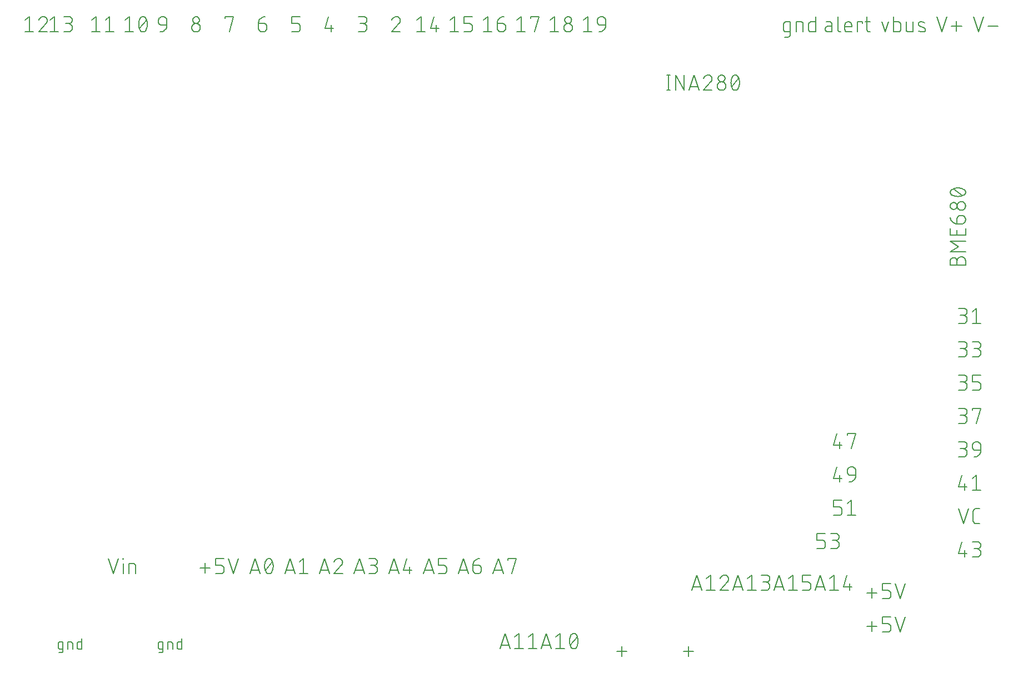
<source format=gbr>
G04 EAGLE Gerber RS-274X export*
G75*
%MOIN*%
%FSLAX34Y34*%
%LPD*%
%INTop Copper*%
%IPPOS*%
%AMOC8*
5,1,8,0,0,1.08239X$1,22.5*%
G01*
%ADD10C,0.006000*%
%ADD11C,0.008000*%


D10*
X2814Y530D02*
X2637Y530D01*
X2618Y532D01*
X2600Y536D01*
X2584Y544D01*
X2568Y555D01*
X2555Y568D01*
X2544Y584D01*
X2536Y600D01*
X2532Y618D01*
X2530Y637D01*
X2530Y850D01*
X2532Y869D01*
X2536Y887D01*
X2544Y904D01*
X2555Y919D01*
X2568Y932D01*
X2584Y943D01*
X2600Y951D01*
X2618Y955D01*
X2637Y957D01*
X2814Y957D01*
X2814Y423D01*
X2815Y423D02*
X2813Y404D01*
X2809Y386D01*
X2801Y370D01*
X2790Y354D01*
X2777Y341D01*
X2762Y330D01*
X2745Y322D01*
X2727Y318D01*
X2708Y316D01*
X2708Y317D02*
X2566Y317D01*
X3107Y530D02*
X3107Y957D01*
X3285Y957D01*
X3304Y955D01*
X3322Y951D01*
X3338Y943D01*
X3354Y932D01*
X3367Y919D01*
X3378Y904D01*
X3386Y887D01*
X3390Y869D01*
X3392Y850D01*
X3392Y530D01*
X3943Y530D02*
X3943Y1170D01*
X3943Y530D02*
X3765Y530D01*
X3746Y532D01*
X3728Y536D01*
X3712Y544D01*
X3696Y555D01*
X3683Y568D01*
X3672Y584D01*
X3664Y600D01*
X3660Y618D01*
X3658Y637D01*
X3658Y850D01*
X3660Y869D01*
X3664Y887D01*
X3672Y904D01*
X3683Y919D01*
X3696Y932D01*
X3712Y943D01*
X3728Y951D01*
X3746Y955D01*
X3765Y957D01*
X3943Y957D01*
X8637Y530D02*
X8814Y530D01*
X8637Y530D02*
X8618Y532D01*
X8600Y536D01*
X8584Y544D01*
X8568Y555D01*
X8555Y568D01*
X8544Y584D01*
X8536Y600D01*
X8532Y618D01*
X8530Y637D01*
X8530Y850D01*
X8532Y869D01*
X8536Y887D01*
X8544Y904D01*
X8555Y919D01*
X8568Y932D01*
X8584Y943D01*
X8600Y951D01*
X8618Y955D01*
X8637Y957D01*
X8814Y957D01*
X8814Y423D01*
X8815Y423D02*
X8813Y404D01*
X8809Y386D01*
X8801Y370D01*
X8790Y354D01*
X8777Y341D01*
X8762Y330D01*
X8745Y322D01*
X8727Y318D01*
X8708Y316D01*
X8708Y317D02*
X8566Y317D01*
X9107Y530D02*
X9107Y957D01*
X9285Y957D01*
X9304Y955D01*
X9322Y951D01*
X9338Y943D01*
X9354Y932D01*
X9367Y919D01*
X9378Y904D01*
X9386Y887D01*
X9390Y869D01*
X9392Y850D01*
X9392Y530D01*
X9943Y530D02*
X9943Y1170D01*
X9943Y530D02*
X9765Y530D01*
X9746Y532D01*
X9728Y536D01*
X9712Y544D01*
X9696Y555D01*
X9683Y568D01*
X9672Y584D01*
X9664Y600D01*
X9660Y618D01*
X9658Y637D01*
X9658Y850D01*
X9660Y869D01*
X9664Y887D01*
X9672Y904D01*
X9683Y919D01*
X9696Y932D01*
X9712Y943D01*
X9728Y951D01*
X9746Y955D01*
X9765Y957D01*
X9943Y957D01*
D11*
X46193Y37540D02*
X46449Y37540D01*
X46193Y37540D02*
X46169Y37542D01*
X46146Y37547D01*
X46124Y37557D01*
X46103Y37569D01*
X46085Y37585D01*
X46069Y37603D01*
X46057Y37624D01*
X46047Y37646D01*
X46042Y37669D01*
X46040Y37693D01*
X46040Y38000D01*
X46042Y38024D01*
X46047Y38047D01*
X46057Y38069D01*
X46069Y38090D01*
X46085Y38108D01*
X46103Y38124D01*
X46124Y38136D01*
X46146Y38146D01*
X46169Y38151D01*
X46193Y38153D01*
X46449Y38153D01*
X46449Y37387D01*
X46447Y37363D01*
X46442Y37340D01*
X46432Y37318D01*
X46420Y37297D01*
X46404Y37279D01*
X46386Y37263D01*
X46365Y37251D01*
X46343Y37241D01*
X46320Y37236D01*
X46296Y37234D01*
X46296Y37233D02*
X46091Y37233D01*
X46809Y37540D02*
X46809Y38153D01*
X47065Y38153D01*
X47089Y38151D01*
X47112Y38146D01*
X47134Y38136D01*
X47155Y38124D01*
X47173Y38108D01*
X47189Y38090D01*
X47201Y38069D01*
X47211Y38047D01*
X47216Y38024D01*
X47218Y38000D01*
X47218Y37540D01*
X47956Y37540D02*
X47956Y38460D01*
X47956Y37540D02*
X47700Y37540D01*
X47676Y37542D01*
X47653Y37547D01*
X47631Y37557D01*
X47610Y37569D01*
X47592Y37585D01*
X47576Y37603D01*
X47564Y37624D01*
X47554Y37646D01*
X47549Y37669D01*
X47547Y37693D01*
X47547Y38000D01*
X47549Y38024D01*
X47554Y38047D01*
X47564Y38069D01*
X47576Y38090D01*
X47592Y38108D01*
X47610Y38124D01*
X47631Y38136D01*
X47653Y38146D01*
X47676Y38151D01*
X47700Y38153D01*
X47956Y38153D01*
X48719Y37898D02*
X48949Y37898D01*
X48719Y37898D02*
X48694Y37896D01*
X48669Y37891D01*
X48645Y37882D01*
X48622Y37870D01*
X48602Y37854D01*
X48584Y37836D01*
X48568Y37816D01*
X48556Y37793D01*
X48547Y37769D01*
X48542Y37744D01*
X48540Y37719D01*
X48542Y37694D01*
X48547Y37669D01*
X48556Y37645D01*
X48568Y37622D01*
X48584Y37602D01*
X48602Y37584D01*
X48622Y37568D01*
X48645Y37556D01*
X48669Y37547D01*
X48694Y37542D01*
X48719Y37540D01*
X48949Y37540D01*
X48949Y38000D01*
X48947Y38024D01*
X48942Y38047D01*
X48932Y38069D01*
X48920Y38090D01*
X48904Y38108D01*
X48886Y38124D01*
X48865Y38136D01*
X48843Y38146D01*
X48820Y38151D01*
X48796Y38153D01*
X48591Y38153D01*
X49302Y38460D02*
X49302Y37693D01*
X49304Y37669D01*
X49309Y37646D01*
X49319Y37624D01*
X49331Y37603D01*
X49347Y37585D01*
X49365Y37569D01*
X49386Y37557D01*
X49408Y37547D01*
X49431Y37542D01*
X49455Y37540D01*
X49874Y37540D02*
X50129Y37540D01*
X49874Y37540D02*
X49850Y37542D01*
X49827Y37547D01*
X49805Y37557D01*
X49784Y37569D01*
X49766Y37585D01*
X49750Y37603D01*
X49738Y37624D01*
X49728Y37646D01*
X49723Y37669D01*
X49721Y37693D01*
X49720Y37693D02*
X49720Y37949D01*
X49721Y37949D02*
X49723Y37977D01*
X49729Y38004D01*
X49738Y38030D01*
X49751Y38055D01*
X49767Y38078D01*
X49786Y38098D01*
X49807Y38116D01*
X49831Y38130D01*
X49857Y38141D01*
X49883Y38149D01*
X49911Y38153D01*
X49939Y38153D01*
X49967Y38149D01*
X49993Y38141D01*
X50019Y38130D01*
X50043Y38116D01*
X50064Y38098D01*
X50083Y38078D01*
X50099Y38055D01*
X50112Y38030D01*
X50121Y38004D01*
X50127Y37977D01*
X50129Y37949D01*
X50129Y37847D01*
X49720Y37847D01*
X50463Y37540D02*
X50463Y38153D01*
X50769Y38153D01*
X50769Y38051D01*
X50946Y38153D02*
X51253Y38153D01*
X51048Y38460D02*
X51048Y37693D01*
X51049Y37693D02*
X51051Y37669D01*
X51056Y37646D01*
X51066Y37624D01*
X51078Y37603D01*
X51094Y37585D01*
X51112Y37569D01*
X51133Y37557D01*
X51155Y37547D01*
X51178Y37542D01*
X51202Y37540D01*
X51253Y37540D01*
X52144Y37540D02*
X51940Y38153D01*
X52348Y38153D02*
X52144Y37540D01*
X52654Y37540D02*
X52654Y38460D01*
X52654Y37540D02*
X52910Y37540D01*
X52934Y37542D01*
X52957Y37547D01*
X52979Y37557D01*
X53000Y37569D01*
X53018Y37585D01*
X53034Y37603D01*
X53046Y37624D01*
X53056Y37646D01*
X53061Y37669D01*
X53063Y37693D01*
X53063Y38000D01*
X53061Y38024D01*
X53056Y38047D01*
X53046Y38069D01*
X53034Y38090D01*
X53018Y38108D01*
X53000Y38124D01*
X52979Y38136D01*
X52957Y38146D01*
X52934Y38151D01*
X52910Y38153D01*
X52654Y38153D01*
X53392Y38153D02*
X53392Y37693D01*
X53394Y37669D01*
X53399Y37646D01*
X53409Y37624D01*
X53421Y37603D01*
X53437Y37585D01*
X53455Y37569D01*
X53476Y37557D01*
X53498Y37547D01*
X53521Y37542D01*
X53545Y37540D01*
X53801Y37540D01*
X53801Y38153D01*
X54208Y37898D02*
X54464Y37796D01*
X54208Y37898D02*
X54188Y37907D01*
X54171Y37920D01*
X54155Y37935D01*
X54143Y37953D01*
X54133Y37972D01*
X54127Y37993D01*
X54124Y38015D01*
X54125Y38036D01*
X54129Y38058D01*
X54137Y38078D01*
X54148Y38097D01*
X54161Y38113D01*
X54178Y38128D01*
X54196Y38139D01*
X54216Y38148D01*
X54237Y38153D01*
X54259Y38154D01*
X54259Y38153D02*
X54307Y38150D01*
X54354Y38144D01*
X54400Y38134D01*
X54445Y38120D01*
X54489Y38102D01*
X54464Y37796D02*
X54484Y37787D01*
X54501Y37774D01*
X54517Y37759D01*
X54529Y37741D01*
X54539Y37722D01*
X54545Y37701D01*
X54548Y37679D01*
X54547Y37658D01*
X54543Y37636D01*
X54535Y37616D01*
X54524Y37597D01*
X54511Y37581D01*
X54494Y37566D01*
X54476Y37555D01*
X54456Y37546D01*
X54435Y37541D01*
X54413Y37540D01*
X54355Y37543D01*
X54298Y37549D01*
X54242Y37560D01*
X54186Y37574D01*
X54131Y37591D01*
X55235Y38460D02*
X55542Y37540D01*
X55848Y38460D01*
X56112Y37898D02*
X56725Y37898D01*
X56418Y38204D02*
X56418Y37591D01*
X57734Y37540D02*
X57427Y38460D01*
X58040Y38460D02*
X57734Y37540D01*
X58304Y37898D02*
X58917Y37898D01*
X796Y38460D02*
X540Y38256D01*
X796Y38460D02*
X796Y37540D01*
X1051Y37540D02*
X540Y37540D01*
X1643Y38460D02*
X1671Y38458D01*
X1698Y38453D01*
X1725Y38445D01*
X1750Y38434D01*
X1774Y38419D01*
X1796Y38402D01*
X1815Y38383D01*
X1832Y38361D01*
X1847Y38337D01*
X1858Y38312D01*
X1866Y38285D01*
X1871Y38258D01*
X1873Y38230D01*
X1643Y38460D02*
X1609Y38458D01*
X1576Y38452D01*
X1544Y38443D01*
X1513Y38430D01*
X1483Y38413D01*
X1456Y38393D01*
X1431Y38370D01*
X1409Y38345D01*
X1390Y38317D01*
X1375Y38287D01*
X1362Y38256D01*
X1796Y38051D02*
X1816Y38072D01*
X1833Y38095D01*
X1847Y38120D01*
X1858Y38146D01*
X1866Y38173D01*
X1871Y38201D01*
X1873Y38230D01*
X1796Y38051D02*
X1362Y37540D01*
X1873Y37540D01*
X2040Y38256D02*
X2296Y38460D01*
X2296Y37540D01*
X2551Y37540D02*
X2040Y37540D01*
X2862Y37540D02*
X3118Y37540D01*
X3149Y37542D01*
X3179Y37547D01*
X3209Y37557D01*
X3237Y37569D01*
X3263Y37585D01*
X3288Y37604D01*
X3310Y37626D01*
X3329Y37651D01*
X3345Y37677D01*
X3357Y37705D01*
X3367Y37735D01*
X3372Y37765D01*
X3374Y37796D01*
X3372Y37827D01*
X3367Y37857D01*
X3357Y37887D01*
X3345Y37915D01*
X3329Y37941D01*
X3310Y37966D01*
X3288Y37988D01*
X3263Y38007D01*
X3237Y38023D01*
X3209Y38035D01*
X3179Y38045D01*
X3149Y38050D01*
X3118Y38052D01*
X3169Y38460D02*
X2862Y38460D01*
X3169Y38460D02*
X3197Y38458D01*
X3224Y38452D01*
X3250Y38443D01*
X3275Y38430D01*
X3298Y38414D01*
X3318Y38395D01*
X3336Y38374D01*
X3350Y38350D01*
X3361Y38324D01*
X3369Y38298D01*
X3373Y38270D01*
X3373Y38242D01*
X3369Y38214D01*
X3361Y38188D01*
X3350Y38162D01*
X3336Y38138D01*
X3318Y38117D01*
X3298Y38098D01*
X3275Y38082D01*
X3250Y38069D01*
X3224Y38060D01*
X3197Y38054D01*
X3169Y38052D01*
X3169Y38051D02*
X2964Y38051D01*
X4540Y38256D02*
X4796Y38460D01*
X4796Y37540D01*
X5051Y37540D02*
X4540Y37540D01*
X5362Y38256D02*
X5618Y38460D01*
X5618Y37540D01*
X5873Y37540D02*
X5362Y37540D01*
X6540Y38256D02*
X6796Y38460D01*
X6796Y37540D01*
X7051Y37540D02*
X6540Y37540D01*
X7362Y38000D02*
X7364Y38049D01*
X7368Y38098D01*
X7376Y38146D01*
X7387Y38194D01*
X7401Y38241D01*
X7419Y38287D01*
X7439Y38332D01*
X7449Y38356D01*
X7463Y38379D01*
X7479Y38399D01*
X7498Y38417D01*
X7519Y38432D01*
X7542Y38444D01*
X7567Y38453D01*
X7592Y38458D01*
X7618Y38460D01*
X7644Y38458D01*
X7669Y38453D01*
X7694Y38444D01*
X7717Y38432D01*
X7738Y38417D01*
X7757Y38399D01*
X7773Y38379D01*
X7787Y38356D01*
X7797Y38332D01*
X7796Y38332D02*
X7816Y38287D01*
X7834Y38241D01*
X7848Y38194D01*
X7859Y38146D01*
X7867Y38098D01*
X7871Y38049D01*
X7873Y38000D01*
X7362Y38000D02*
X7364Y37951D01*
X7368Y37902D01*
X7376Y37854D01*
X7387Y37806D01*
X7401Y37759D01*
X7419Y37713D01*
X7439Y37668D01*
X7449Y37644D01*
X7463Y37621D01*
X7479Y37601D01*
X7498Y37583D01*
X7519Y37568D01*
X7542Y37556D01*
X7567Y37547D01*
X7592Y37542D01*
X7618Y37540D01*
X7796Y37668D02*
X7816Y37713D01*
X7834Y37759D01*
X7848Y37806D01*
X7859Y37854D01*
X7867Y37902D01*
X7871Y37951D01*
X7873Y38000D01*
X7797Y37668D02*
X7787Y37644D01*
X7773Y37621D01*
X7757Y37601D01*
X7738Y37583D01*
X7717Y37568D01*
X7694Y37556D01*
X7669Y37547D01*
X7644Y37542D01*
X7618Y37540D01*
X7413Y37744D02*
X7822Y38256D01*
X8744Y37949D02*
X9051Y37949D01*
X8744Y37949D02*
X8717Y37951D01*
X8691Y37956D01*
X8666Y37965D01*
X8642Y37976D01*
X8620Y37991D01*
X8600Y38009D01*
X8582Y38029D01*
X8567Y38051D01*
X8556Y38075D01*
X8547Y38100D01*
X8542Y38126D01*
X8540Y38153D01*
X8540Y38204D01*
X8542Y38235D01*
X8547Y38265D01*
X8557Y38295D01*
X8569Y38323D01*
X8585Y38349D01*
X8604Y38374D01*
X8626Y38396D01*
X8651Y38415D01*
X8677Y38431D01*
X8705Y38443D01*
X8735Y38453D01*
X8765Y38458D01*
X8796Y38460D01*
X8827Y38458D01*
X8857Y38453D01*
X8887Y38443D01*
X8915Y38431D01*
X8941Y38415D01*
X8966Y38396D01*
X8988Y38374D01*
X9007Y38349D01*
X9023Y38323D01*
X9035Y38295D01*
X9045Y38265D01*
X9050Y38235D01*
X9052Y38204D01*
X9051Y38204D02*
X9051Y37949D01*
X9049Y37911D01*
X9044Y37874D01*
X9035Y37837D01*
X9023Y37801D01*
X9008Y37767D01*
X8990Y37734D01*
X8968Y37703D01*
X8944Y37673D01*
X8918Y37647D01*
X8888Y37623D01*
X8857Y37601D01*
X8824Y37583D01*
X8790Y37568D01*
X8754Y37556D01*
X8717Y37547D01*
X8680Y37542D01*
X8642Y37540D01*
X10540Y37796D02*
X10542Y37827D01*
X10547Y37857D01*
X10557Y37887D01*
X10569Y37915D01*
X10585Y37941D01*
X10604Y37966D01*
X10626Y37988D01*
X10651Y38007D01*
X10677Y38023D01*
X10705Y38035D01*
X10735Y38045D01*
X10765Y38050D01*
X10796Y38052D01*
X10827Y38050D01*
X10857Y38045D01*
X10887Y38035D01*
X10915Y38023D01*
X10941Y38007D01*
X10966Y37988D01*
X10988Y37966D01*
X11007Y37941D01*
X11023Y37915D01*
X11035Y37887D01*
X11045Y37857D01*
X11050Y37827D01*
X11052Y37796D01*
X11050Y37765D01*
X11045Y37735D01*
X11035Y37705D01*
X11023Y37677D01*
X11007Y37651D01*
X10988Y37626D01*
X10966Y37604D01*
X10941Y37585D01*
X10915Y37569D01*
X10887Y37557D01*
X10857Y37547D01*
X10827Y37542D01*
X10796Y37540D01*
X10765Y37542D01*
X10735Y37547D01*
X10705Y37557D01*
X10677Y37569D01*
X10651Y37585D01*
X10626Y37604D01*
X10604Y37626D01*
X10585Y37651D01*
X10569Y37677D01*
X10557Y37705D01*
X10547Y37735D01*
X10542Y37765D01*
X10540Y37796D01*
X10592Y38256D02*
X10594Y38284D01*
X10600Y38311D01*
X10609Y38337D01*
X10622Y38362D01*
X10638Y38385D01*
X10657Y38405D01*
X10678Y38423D01*
X10702Y38437D01*
X10728Y38448D01*
X10754Y38456D01*
X10782Y38460D01*
X10810Y38460D01*
X10838Y38456D01*
X10864Y38448D01*
X10890Y38437D01*
X10914Y38423D01*
X10935Y38405D01*
X10954Y38385D01*
X10970Y38362D01*
X10983Y38337D01*
X10992Y38311D01*
X10998Y38284D01*
X11000Y38256D01*
X10998Y38228D01*
X10992Y38201D01*
X10983Y38175D01*
X10970Y38150D01*
X10954Y38127D01*
X10935Y38107D01*
X10914Y38089D01*
X10890Y38075D01*
X10864Y38064D01*
X10838Y38056D01*
X10810Y38052D01*
X10782Y38052D01*
X10754Y38056D01*
X10728Y38064D01*
X10702Y38075D01*
X10678Y38089D01*
X10657Y38107D01*
X10638Y38127D01*
X10622Y38150D01*
X10609Y38175D01*
X10600Y38201D01*
X10594Y38228D01*
X10592Y38256D01*
X12540Y38358D02*
X12540Y38460D01*
X13051Y38460D01*
X12796Y37540D01*
X14540Y38051D02*
X14847Y38051D01*
X14874Y38049D01*
X14900Y38044D01*
X14925Y38035D01*
X14949Y38024D01*
X14971Y38009D01*
X14991Y37991D01*
X15009Y37971D01*
X15024Y37949D01*
X15035Y37925D01*
X15044Y37900D01*
X15049Y37874D01*
X15051Y37847D01*
X15051Y37796D01*
X15052Y37796D02*
X15050Y37765D01*
X15045Y37735D01*
X15035Y37705D01*
X15023Y37677D01*
X15007Y37651D01*
X14988Y37626D01*
X14966Y37604D01*
X14941Y37585D01*
X14915Y37569D01*
X14887Y37557D01*
X14857Y37547D01*
X14827Y37542D01*
X14796Y37540D01*
X14765Y37542D01*
X14735Y37547D01*
X14705Y37557D01*
X14677Y37569D01*
X14651Y37585D01*
X14626Y37604D01*
X14604Y37626D01*
X14585Y37651D01*
X14569Y37677D01*
X14557Y37705D01*
X14547Y37735D01*
X14542Y37765D01*
X14540Y37796D01*
X14540Y38051D01*
X14542Y38091D01*
X14548Y38131D01*
X14558Y38170D01*
X14571Y38208D01*
X14588Y38244D01*
X14609Y38278D01*
X14633Y38310D01*
X14660Y38340D01*
X14690Y38367D01*
X14722Y38391D01*
X14756Y38412D01*
X14792Y38429D01*
X14830Y38442D01*
X14869Y38452D01*
X14909Y38458D01*
X14949Y38460D01*
X16540Y37540D02*
X16847Y37540D01*
X16874Y37542D01*
X16900Y37547D01*
X16925Y37556D01*
X16949Y37567D01*
X16971Y37582D01*
X16991Y37600D01*
X17009Y37620D01*
X17024Y37642D01*
X17035Y37666D01*
X17044Y37691D01*
X17049Y37717D01*
X17051Y37744D01*
X17051Y37847D01*
X17049Y37874D01*
X17044Y37900D01*
X17035Y37925D01*
X17024Y37949D01*
X17009Y37971D01*
X16991Y37991D01*
X16971Y38009D01*
X16949Y38024D01*
X16925Y38035D01*
X16900Y38044D01*
X16874Y38049D01*
X16847Y38051D01*
X16540Y38051D01*
X16540Y38460D01*
X17051Y38460D01*
X18540Y37744D02*
X18744Y38460D01*
X18540Y37744D02*
X19051Y37744D01*
X18898Y37949D02*
X18898Y37540D01*
X20540Y37540D02*
X20796Y37540D01*
X20827Y37542D01*
X20857Y37547D01*
X20887Y37557D01*
X20915Y37569D01*
X20941Y37585D01*
X20966Y37604D01*
X20988Y37626D01*
X21007Y37651D01*
X21023Y37677D01*
X21035Y37705D01*
X21045Y37735D01*
X21050Y37765D01*
X21052Y37796D01*
X21050Y37827D01*
X21045Y37857D01*
X21035Y37887D01*
X21023Y37915D01*
X21007Y37941D01*
X20988Y37966D01*
X20966Y37988D01*
X20941Y38007D01*
X20915Y38023D01*
X20887Y38035D01*
X20857Y38045D01*
X20827Y38050D01*
X20796Y38052D01*
X20847Y38460D02*
X20540Y38460D01*
X20847Y38460D02*
X20875Y38458D01*
X20902Y38452D01*
X20928Y38443D01*
X20953Y38430D01*
X20976Y38414D01*
X20996Y38395D01*
X21014Y38374D01*
X21028Y38350D01*
X21039Y38324D01*
X21047Y38298D01*
X21051Y38270D01*
X21051Y38242D01*
X21047Y38214D01*
X21039Y38188D01*
X21028Y38162D01*
X21014Y38138D01*
X20996Y38117D01*
X20976Y38098D01*
X20953Y38082D01*
X20928Y38069D01*
X20902Y38060D01*
X20875Y38054D01*
X20847Y38052D01*
X20847Y38051D02*
X20642Y38051D01*
X22821Y38460D02*
X22849Y38458D01*
X22876Y38453D01*
X22903Y38445D01*
X22928Y38434D01*
X22952Y38419D01*
X22974Y38402D01*
X22993Y38383D01*
X23010Y38361D01*
X23025Y38337D01*
X23036Y38312D01*
X23044Y38285D01*
X23049Y38258D01*
X23051Y38230D01*
X22821Y38460D02*
X22787Y38458D01*
X22754Y38452D01*
X22722Y38443D01*
X22691Y38430D01*
X22661Y38413D01*
X22634Y38393D01*
X22609Y38370D01*
X22587Y38345D01*
X22568Y38317D01*
X22553Y38287D01*
X22540Y38256D01*
X22974Y38051D02*
X22994Y38072D01*
X23011Y38095D01*
X23025Y38120D01*
X23036Y38146D01*
X23044Y38173D01*
X23049Y38201D01*
X23051Y38230D01*
X22974Y38051D02*
X22540Y37540D01*
X23051Y37540D01*
X24040Y38256D02*
X24296Y38460D01*
X24296Y37540D01*
X24551Y37540D02*
X24040Y37540D01*
X24862Y37744D02*
X25066Y38460D01*
X24862Y37744D02*
X25373Y37744D01*
X25220Y37949D02*
X25220Y37540D01*
X26040Y38256D02*
X26296Y38460D01*
X26296Y37540D01*
X26551Y37540D02*
X26040Y37540D01*
X26862Y37540D02*
X27169Y37540D01*
X27196Y37542D01*
X27222Y37547D01*
X27247Y37556D01*
X27271Y37567D01*
X27293Y37582D01*
X27313Y37600D01*
X27331Y37620D01*
X27346Y37642D01*
X27357Y37666D01*
X27366Y37691D01*
X27371Y37717D01*
X27373Y37744D01*
X27373Y37847D01*
X27371Y37874D01*
X27366Y37900D01*
X27357Y37925D01*
X27346Y37949D01*
X27331Y37971D01*
X27313Y37991D01*
X27293Y38009D01*
X27271Y38024D01*
X27247Y38035D01*
X27222Y38044D01*
X27196Y38049D01*
X27169Y38051D01*
X26862Y38051D01*
X26862Y38460D01*
X27373Y38460D01*
X28040Y38256D02*
X28296Y38460D01*
X28296Y37540D01*
X28551Y37540D02*
X28040Y37540D01*
X28862Y38051D02*
X29169Y38051D01*
X29196Y38049D01*
X29222Y38044D01*
X29247Y38035D01*
X29271Y38024D01*
X29293Y38009D01*
X29313Y37991D01*
X29331Y37971D01*
X29346Y37949D01*
X29357Y37925D01*
X29366Y37900D01*
X29371Y37874D01*
X29373Y37847D01*
X29373Y37796D01*
X29374Y37796D02*
X29372Y37765D01*
X29367Y37735D01*
X29357Y37705D01*
X29345Y37677D01*
X29329Y37651D01*
X29310Y37626D01*
X29288Y37604D01*
X29263Y37585D01*
X29237Y37569D01*
X29209Y37557D01*
X29179Y37547D01*
X29149Y37542D01*
X29118Y37540D01*
X29087Y37542D01*
X29057Y37547D01*
X29027Y37557D01*
X28999Y37569D01*
X28973Y37585D01*
X28948Y37604D01*
X28926Y37626D01*
X28907Y37651D01*
X28891Y37677D01*
X28879Y37705D01*
X28869Y37735D01*
X28864Y37765D01*
X28862Y37796D01*
X28862Y38051D01*
X28864Y38091D01*
X28870Y38131D01*
X28880Y38170D01*
X28893Y38208D01*
X28910Y38244D01*
X28931Y38278D01*
X28955Y38310D01*
X28982Y38340D01*
X29012Y38367D01*
X29044Y38391D01*
X29078Y38412D01*
X29114Y38429D01*
X29152Y38442D01*
X29191Y38452D01*
X29231Y38458D01*
X29271Y38460D01*
X30040Y38256D02*
X30296Y38460D01*
X30296Y37540D01*
X30551Y37540D02*
X30040Y37540D01*
X30862Y38358D02*
X30862Y38460D01*
X31373Y38460D01*
X31118Y37540D01*
X32040Y38256D02*
X32296Y38460D01*
X32296Y37540D01*
X32551Y37540D02*
X32040Y37540D01*
X32862Y37796D02*
X32864Y37827D01*
X32869Y37857D01*
X32879Y37887D01*
X32891Y37915D01*
X32907Y37941D01*
X32926Y37966D01*
X32948Y37988D01*
X32973Y38007D01*
X32999Y38023D01*
X33027Y38035D01*
X33057Y38045D01*
X33087Y38050D01*
X33118Y38052D01*
X33149Y38050D01*
X33179Y38045D01*
X33209Y38035D01*
X33237Y38023D01*
X33263Y38007D01*
X33288Y37988D01*
X33310Y37966D01*
X33329Y37941D01*
X33345Y37915D01*
X33357Y37887D01*
X33367Y37857D01*
X33372Y37827D01*
X33374Y37796D01*
X33372Y37765D01*
X33367Y37735D01*
X33357Y37705D01*
X33345Y37677D01*
X33329Y37651D01*
X33310Y37626D01*
X33288Y37604D01*
X33263Y37585D01*
X33237Y37569D01*
X33209Y37557D01*
X33179Y37547D01*
X33149Y37542D01*
X33118Y37540D01*
X33087Y37542D01*
X33057Y37547D01*
X33027Y37557D01*
X32999Y37569D01*
X32973Y37585D01*
X32948Y37604D01*
X32926Y37626D01*
X32907Y37651D01*
X32891Y37677D01*
X32879Y37705D01*
X32869Y37735D01*
X32864Y37765D01*
X32862Y37796D01*
X32914Y38256D02*
X32916Y38284D01*
X32922Y38311D01*
X32931Y38337D01*
X32944Y38362D01*
X32960Y38385D01*
X32979Y38405D01*
X33000Y38423D01*
X33024Y38437D01*
X33050Y38448D01*
X33076Y38456D01*
X33104Y38460D01*
X33132Y38460D01*
X33160Y38456D01*
X33186Y38448D01*
X33212Y38437D01*
X33236Y38423D01*
X33257Y38405D01*
X33276Y38385D01*
X33292Y38362D01*
X33305Y38337D01*
X33314Y38311D01*
X33320Y38284D01*
X33322Y38256D01*
X33320Y38228D01*
X33314Y38201D01*
X33305Y38175D01*
X33292Y38150D01*
X33276Y38127D01*
X33257Y38107D01*
X33236Y38089D01*
X33212Y38075D01*
X33186Y38064D01*
X33160Y38056D01*
X33132Y38052D01*
X33104Y38052D01*
X33076Y38056D01*
X33050Y38064D01*
X33024Y38075D01*
X33000Y38089D01*
X32979Y38107D01*
X32960Y38127D01*
X32944Y38150D01*
X32931Y38175D01*
X32922Y38201D01*
X32916Y38228D01*
X32914Y38256D01*
X34040Y38256D02*
X34296Y38460D01*
X34296Y37540D01*
X34551Y37540D02*
X34040Y37540D01*
X35066Y37949D02*
X35373Y37949D01*
X35066Y37949D02*
X35039Y37951D01*
X35013Y37956D01*
X34988Y37965D01*
X34964Y37976D01*
X34942Y37991D01*
X34922Y38009D01*
X34904Y38029D01*
X34889Y38051D01*
X34878Y38075D01*
X34869Y38100D01*
X34864Y38126D01*
X34862Y38153D01*
X34862Y38204D01*
X34864Y38235D01*
X34869Y38265D01*
X34879Y38295D01*
X34891Y38323D01*
X34907Y38349D01*
X34926Y38374D01*
X34948Y38396D01*
X34973Y38415D01*
X34999Y38431D01*
X35027Y38443D01*
X35057Y38453D01*
X35087Y38458D01*
X35118Y38460D01*
X35149Y38458D01*
X35179Y38453D01*
X35209Y38443D01*
X35237Y38431D01*
X35263Y38415D01*
X35288Y38396D01*
X35310Y38374D01*
X35329Y38349D01*
X35345Y38323D01*
X35357Y38295D01*
X35367Y38265D01*
X35372Y38235D01*
X35374Y38204D01*
X35373Y38204D02*
X35373Y37949D01*
X35371Y37911D01*
X35366Y37874D01*
X35357Y37837D01*
X35345Y37801D01*
X35330Y37767D01*
X35312Y37734D01*
X35290Y37703D01*
X35266Y37673D01*
X35240Y37647D01*
X35210Y37623D01*
X35179Y37601D01*
X35146Y37583D01*
X35112Y37568D01*
X35076Y37556D01*
X35039Y37547D01*
X35002Y37542D01*
X34964Y37540D01*
X56540Y20040D02*
X56796Y20040D01*
X56827Y20042D01*
X56857Y20047D01*
X56887Y20057D01*
X56915Y20069D01*
X56941Y20085D01*
X56966Y20104D01*
X56988Y20126D01*
X57007Y20151D01*
X57023Y20177D01*
X57035Y20205D01*
X57045Y20235D01*
X57050Y20265D01*
X57052Y20296D01*
X57050Y20327D01*
X57045Y20357D01*
X57035Y20387D01*
X57023Y20415D01*
X57007Y20441D01*
X56988Y20466D01*
X56966Y20488D01*
X56941Y20507D01*
X56915Y20523D01*
X56887Y20535D01*
X56857Y20545D01*
X56827Y20550D01*
X56796Y20552D01*
X56847Y20960D02*
X56540Y20960D01*
X56847Y20960D02*
X56875Y20958D01*
X56902Y20952D01*
X56928Y20943D01*
X56953Y20930D01*
X56976Y20914D01*
X56996Y20895D01*
X57014Y20874D01*
X57028Y20850D01*
X57039Y20824D01*
X57047Y20798D01*
X57051Y20770D01*
X57051Y20742D01*
X57047Y20714D01*
X57039Y20688D01*
X57028Y20662D01*
X57014Y20638D01*
X56996Y20617D01*
X56976Y20598D01*
X56953Y20582D01*
X56928Y20569D01*
X56902Y20560D01*
X56875Y20554D01*
X56847Y20552D01*
X56847Y20551D02*
X56642Y20551D01*
X57362Y20756D02*
X57618Y20960D01*
X57618Y20040D01*
X57873Y20040D02*
X57362Y20040D01*
X56796Y18040D02*
X56540Y18040D01*
X56796Y18040D02*
X56827Y18042D01*
X56857Y18047D01*
X56887Y18057D01*
X56915Y18069D01*
X56941Y18085D01*
X56966Y18104D01*
X56988Y18126D01*
X57007Y18151D01*
X57023Y18177D01*
X57035Y18205D01*
X57045Y18235D01*
X57050Y18265D01*
X57052Y18296D01*
X57050Y18327D01*
X57045Y18357D01*
X57035Y18387D01*
X57023Y18415D01*
X57007Y18441D01*
X56988Y18466D01*
X56966Y18488D01*
X56941Y18507D01*
X56915Y18523D01*
X56887Y18535D01*
X56857Y18545D01*
X56827Y18550D01*
X56796Y18552D01*
X56847Y18960D02*
X56540Y18960D01*
X56847Y18960D02*
X56875Y18958D01*
X56902Y18952D01*
X56928Y18943D01*
X56953Y18930D01*
X56976Y18914D01*
X56996Y18895D01*
X57014Y18874D01*
X57028Y18850D01*
X57039Y18824D01*
X57047Y18798D01*
X57051Y18770D01*
X57051Y18742D01*
X57047Y18714D01*
X57039Y18688D01*
X57028Y18662D01*
X57014Y18638D01*
X56996Y18617D01*
X56976Y18598D01*
X56953Y18582D01*
X56928Y18569D01*
X56902Y18560D01*
X56875Y18554D01*
X56847Y18552D01*
X56847Y18551D02*
X56642Y18551D01*
X57362Y18040D02*
X57618Y18040D01*
X57649Y18042D01*
X57679Y18047D01*
X57709Y18057D01*
X57737Y18069D01*
X57763Y18085D01*
X57788Y18104D01*
X57810Y18126D01*
X57829Y18151D01*
X57845Y18177D01*
X57857Y18205D01*
X57867Y18235D01*
X57872Y18265D01*
X57874Y18296D01*
X57872Y18327D01*
X57867Y18357D01*
X57857Y18387D01*
X57845Y18415D01*
X57829Y18441D01*
X57810Y18466D01*
X57788Y18488D01*
X57763Y18507D01*
X57737Y18523D01*
X57709Y18535D01*
X57679Y18545D01*
X57649Y18550D01*
X57618Y18552D01*
X57669Y18960D02*
X57362Y18960D01*
X57669Y18960D02*
X57697Y18958D01*
X57724Y18952D01*
X57750Y18943D01*
X57775Y18930D01*
X57798Y18914D01*
X57818Y18895D01*
X57836Y18874D01*
X57850Y18850D01*
X57861Y18824D01*
X57869Y18798D01*
X57873Y18770D01*
X57873Y18742D01*
X57869Y18714D01*
X57861Y18688D01*
X57850Y18662D01*
X57836Y18638D01*
X57818Y18617D01*
X57798Y18598D01*
X57775Y18582D01*
X57750Y18569D01*
X57724Y18560D01*
X57697Y18554D01*
X57669Y18552D01*
X57669Y18551D02*
X57464Y18551D01*
X56796Y16040D02*
X56540Y16040D01*
X56796Y16040D02*
X56827Y16042D01*
X56857Y16047D01*
X56887Y16057D01*
X56915Y16069D01*
X56941Y16085D01*
X56966Y16104D01*
X56988Y16126D01*
X57007Y16151D01*
X57023Y16177D01*
X57035Y16205D01*
X57045Y16235D01*
X57050Y16265D01*
X57052Y16296D01*
X57050Y16327D01*
X57045Y16357D01*
X57035Y16387D01*
X57023Y16415D01*
X57007Y16441D01*
X56988Y16466D01*
X56966Y16488D01*
X56941Y16507D01*
X56915Y16523D01*
X56887Y16535D01*
X56857Y16545D01*
X56827Y16550D01*
X56796Y16552D01*
X56847Y16960D02*
X56540Y16960D01*
X56847Y16960D02*
X56875Y16958D01*
X56902Y16952D01*
X56928Y16943D01*
X56953Y16930D01*
X56976Y16914D01*
X56996Y16895D01*
X57014Y16874D01*
X57028Y16850D01*
X57039Y16824D01*
X57047Y16798D01*
X57051Y16770D01*
X57051Y16742D01*
X57047Y16714D01*
X57039Y16688D01*
X57028Y16662D01*
X57014Y16638D01*
X56996Y16617D01*
X56976Y16598D01*
X56953Y16582D01*
X56928Y16569D01*
X56902Y16560D01*
X56875Y16554D01*
X56847Y16552D01*
X56847Y16551D02*
X56642Y16551D01*
X57362Y16040D02*
X57669Y16040D01*
X57696Y16042D01*
X57722Y16047D01*
X57747Y16056D01*
X57771Y16067D01*
X57793Y16082D01*
X57813Y16100D01*
X57831Y16120D01*
X57846Y16142D01*
X57857Y16166D01*
X57866Y16191D01*
X57871Y16217D01*
X57873Y16244D01*
X57873Y16347D01*
X57871Y16374D01*
X57866Y16400D01*
X57857Y16425D01*
X57846Y16449D01*
X57831Y16471D01*
X57813Y16491D01*
X57793Y16509D01*
X57771Y16524D01*
X57747Y16535D01*
X57722Y16544D01*
X57696Y16549D01*
X57669Y16551D01*
X57362Y16551D01*
X57362Y16960D01*
X57873Y16960D01*
X56796Y14040D02*
X56540Y14040D01*
X56796Y14040D02*
X56827Y14042D01*
X56857Y14047D01*
X56887Y14057D01*
X56915Y14069D01*
X56941Y14085D01*
X56966Y14104D01*
X56988Y14126D01*
X57007Y14151D01*
X57023Y14177D01*
X57035Y14205D01*
X57045Y14235D01*
X57050Y14265D01*
X57052Y14296D01*
X57050Y14327D01*
X57045Y14357D01*
X57035Y14387D01*
X57023Y14415D01*
X57007Y14441D01*
X56988Y14466D01*
X56966Y14488D01*
X56941Y14507D01*
X56915Y14523D01*
X56887Y14535D01*
X56857Y14545D01*
X56827Y14550D01*
X56796Y14552D01*
X56847Y14960D02*
X56540Y14960D01*
X56847Y14960D02*
X56875Y14958D01*
X56902Y14952D01*
X56928Y14943D01*
X56953Y14930D01*
X56976Y14914D01*
X56996Y14895D01*
X57014Y14874D01*
X57028Y14850D01*
X57039Y14824D01*
X57047Y14798D01*
X57051Y14770D01*
X57051Y14742D01*
X57047Y14714D01*
X57039Y14688D01*
X57028Y14662D01*
X57014Y14638D01*
X56996Y14617D01*
X56976Y14598D01*
X56953Y14582D01*
X56928Y14569D01*
X56902Y14560D01*
X56875Y14554D01*
X56847Y14552D01*
X56847Y14551D02*
X56642Y14551D01*
X57362Y14858D02*
X57362Y14960D01*
X57873Y14960D01*
X57618Y14040D01*
X56796Y12040D02*
X56540Y12040D01*
X56796Y12040D02*
X56827Y12042D01*
X56857Y12047D01*
X56887Y12057D01*
X56915Y12069D01*
X56941Y12085D01*
X56966Y12104D01*
X56988Y12126D01*
X57007Y12151D01*
X57023Y12177D01*
X57035Y12205D01*
X57045Y12235D01*
X57050Y12265D01*
X57052Y12296D01*
X57050Y12327D01*
X57045Y12357D01*
X57035Y12387D01*
X57023Y12415D01*
X57007Y12441D01*
X56988Y12466D01*
X56966Y12488D01*
X56941Y12507D01*
X56915Y12523D01*
X56887Y12535D01*
X56857Y12545D01*
X56827Y12550D01*
X56796Y12552D01*
X56847Y12960D02*
X56540Y12960D01*
X56847Y12960D02*
X56875Y12958D01*
X56902Y12952D01*
X56928Y12943D01*
X56953Y12930D01*
X56976Y12914D01*
X56996Y12895D01*
X57014Y12874D01*
X57028Y12850D01*
X57039Y12824D01*
X57047Y12798D01*
X57051Y12770D01*
X57051Y12742D01*
X57047Y12714D01*
X57039Y12688D01*
X57028Y12662D01*
X57014Y12638D01*
X56996Y12617D01*
X56976Y12598D01*
X56953Y12582D01*
X56928Y12569D01*
X56902Y12560D01*
X56875Y12554D01*
X56847Y12552D01*
X56847Y12551D02*
X56642Y12551D01*
X57566Y12449D02*
X57873Y12449D01*
X57566Y12449D02*
X57539Y12451D01*
X57513Y12456D01*
X57488Y12465D01*
X57464Y12476D01*
X57442Y12491D01*
X57422Y12509D01*
X57404Y12529D01*
X57389Y12551D01*
X57378Y12575D01*
X57369Y12600D01*
X57364Y12626D01*
X57362Y12653D01*
X57362Y12704D01*
X57364Y12735D01*
X57369Y12765D01*
X57379Y12795D01*
X57391Y12823D01*
X57407Y12849D01*
X57426Y12874D01*
X57448Y12896D01*
X57473Y12915D01*
X57499Y12931D01*
X57527Y12943D01*
X57557Y12953D01*
X57587Y12958D01*
X57618Y12960D01*
X57649Y12958D01*
X57679Y12953D01*
X57709Y12943D01*
X57737Y12931D01*
X57763Y12915D01*
X57788Y12896D01*
X57810Y12874D01*
X57829Y12849D01*
X57845Y12823D01*
X57857Y12795D01*
X57867Y12765D01*
X57872Y12735D01*
X57874Y12704D01*
X57873Y12704D02*
X57873Y12449D01*
X57871Y12411D01*
X57866Y12374D01*
X57857Y12337D01*
X57845Y12301D01*
X57830Y12267D01*
X57812Y12234D01*
X57790Y12203D01*
X57766Y12173D01*
X57740Y12147D01*
X57710Y12123D01*
X57679Y12101D01*
X57646Y12083D01*
X57612Y12068D01*
X57576Y12056D01*
X57539Y12047D01*
X57502Y12042D01*
X57464Y12040D01*
X56744Y10960D02*
X56540Y10244D01*
X57051Y10244D01*
X56898Y10449D02*
X56898Y10040D01*
X57362Y10756D02*
X57618Y10960D01*
X57618Y10040D01*
X57873Y10040D02*
X57362Y10040D01*
X56540Y8960D02*
X56847Y8040D01*
X57153Y8960D01*
X57617Y8040D02*
X57821Y8040D01*
X57617Y8040D02*
X57590Y8042D01*
X57564Y8047D01*
X57539Y8056D01*
X57515Y8067D01*
X57493Y8082D01*
X57473Y8100D01*
X57455Y8120D01*
X57440Y8142D01*
X57429Y8166D01*
X57420Y8191D01*
X57415Y8217D01*
X57413Y8244D01*
X57412Y8244D02*
X57412Y8756D01*
X57413Y8756D02*
X57415Y8783D01*
X57420Y8809D01*
X57429Y8834D01*
X57440Y8858D01*
X57455Y8880D01*
X57473Y8900D01*
X57493Y8918D01*
X57515Y8933D01*
X57539Y8944D01*
X57564Y8953D01*
X57590Y8958D01*
X57617Y8960D01*
X57821Y8960D01*
X56744Y6960D02*
X56540Y6244D01*
X57051Y6244D01*
X56898Y6449D02*
X56898Y6040D01*
X57362Y6040D02*
X57618Y6040D01*
X57649Y6042D01*
X57679Y6047D01*
X57709Y6057D01*
X57737Y6069D01*
X57763Y6085D01*
X57788Y6104D01*
X57810Y6126D01*
X57829Y6151D01*
X57845Y6177D01*
X57857Y6205D01*
X57867Y6235D01*
X57872Y6265D01*
X57874Y6296D01*
X57872Y6327D01*
X57867Y6357D01*
X57857Y6387D01*
X57845Y6415D01*
X57829Y6441D01*
X57810Y6466D01*
X57788Y6488D01*
X57763Y6507D01*
X57737Y6523D01*
X57709Y6535D01*
X57679Y6545D01*
X57649Y6550D01*
X57618Y6552D01*
X57669Y6960D02*
X57362Y6960D01*
X57669Y6960D02*
X57697Y6958D01*
X57724Y6952D01*
X57750Y6943D01*
X57775Y6930D01*
X57798Y6914D01*
X57818Y6895D01*
X57836Y6874D01*
X57850Y6850D01*
X57861Y6824D01*
X57869Y6798D01*
X57873Y6770D01*
X57873Y6742D01*
X57869Y6714D01*
X57861Y6688D01*
X57850Y6662D01*
X57836Y6638D01*
X57818Y6617D01*
X57798Y6598D01*
X57775Y6582D01*
X57750Y6569D01*
X57724Y6560D01*
X57697Y6554D01*
X57669Y6552D01*
X57669Y6551D02*
X57464Y6551D01*
X49040Y12744D02*
X49244Y13460D01*
X49040Y12744D02*
X49551Y12744D01*
X49398Y12949D02*
X49398Y12540D01*
X49862Y13358D02*
X49862Y13460D01*
X50373Y13460D01*
X50118Y12540D01*
X49244Y11460D02*
X49040Y10744D01*
X49551Y10744D01*
X49398Y10949D02*
X49398Y10540D01*
X50066Y10949D02*
X50373Y10949D01*
X50066Y10949D02*
X50039Y10951D01*
X50013Y10956D01*
X49988Y10965D01*
X49964Y10976D01*
X49942Y10991D01*
X49922Y11009D01*
X49904Y11029D01*
X49889Y11051D01*
X49878Y11075D01*
X49869Y11100D01*
X49864Y11126D01*
X49862Y11153D01*
X49862Y11204D01*
X49864Y11235D01*
X49869Y11265D01*
X49879Y11295D01*
X49891Y11323D01*
X49907Y11349D01*
X49926Y11374D01*
X49948Y11396D01*
X49973Y11415D01*
X49999Y11431D01*
X50027Y11443D01*
X50057Y11453D01*
X50087Y11458D01*
X50118Y11460D01*
X50149Y11458D01*
X50179Y11453D01*
X50209Y11443D01*
X50237Y11431D01*
X50263Y11415D01*
X50288Y11396D01*
X50310Y11374D01*
X50329Y11349D01*
X50345Y11323D01*
X50357Y11295D01*
X50367Y11265D01*
X50372Y11235D01*
X50374Y11204D01*
X50373Y11204D02*
X50373Y10949D01*
X50371Y10911D01*
X50366Y10874D01*
X50357Y10837D01*
X50345Y10801D01*
X50330Y10767D01*
X50312Y10734D01*
X50290Y10703D01*
X50266Y10673D01*
X50240Y10647D01*
X50210Y10623D01*
X50179Y10601D01*
X50146Y10583D01*
X50112Y10568D01*
X50076Y10556D01*
X50039Y10547D01*
X50002Y10542D01*
X49964Y10540D01*
X49347Y8540D02*
X49040Y8540D01*
X49347Y8540D02*
X49374Y8542D01*
X49400Y8547D01*
X49425Y8556D01*
X49449Y8567D01*
X49471Y8582D01*
X49491Y8600D01*
X49509Y8620D01*
X49524Y8642D01*
X49535Y8666D01*
X49544Y8691D01*
X49549Y8717D01*
X49551Y8744D01*
X49551Y8847D01*
X49549Y8874D01*
X49544Y8900D01*
X49535Y8925D01*
X49524Y8949D01*
X49509Y8971D01*
X49491Y8991D01*
X49471Y9009D01*
X49449Y9024D01*
X49425Y9035D01*
X49400Y9044D01*
X49374Y9049D01*
X49347Y9051D01*
X49040Y9051D01*
X49040Y9460D01*
X49551Y9460D01*
X49862Y9256D02*
X50118Y9460D01*
X50118Y8540D01*
X50373Y8540D02*
X49862Y8540D01*
X48347Y6540D02*
X48040Y6540D01*
X48347Y6540D02*
X48374Y6542D01*
X48400Y6547D01*
X48425Y6556D01*
X48449Y6567D01*
X48471Y6582D01*
X48491Y6600D01*
X48509Y6620D01*
X48524Y6642D01*
X48535Y6666D01*
X48544Y6691D01*
X48549Y6717D01*
X48551Y6744D01*
X48551Y6847D01*
X48549Y6874D01*
X48544Y6900D01*
X48535Y6925D01*
X48524Y6949D01*
X48509Y6971D01*
X48491Y6991D01*
X48471Y7009D01*
X48449Y7024D01*
X48425Y7035D01*
X48400Y7044D01*
X48374Y7049D01*
X48347Y7051D01*
X48040Y7051D01*
X48040Y7460D01*
X48551Y7460D01*
X48862Y6540D02*
X49118Y6540D01*
X49149Y6542D01*
X49179Y6547D01*
X49209Y6557D01*
X49237Y6569D01*
X49263Y6585D01*
X49288Y6604D01*
X49310Y6626D01*
X49329Y6651D01*
X49345Y6677D01*
X49357Y6705D01*
X49367Y6735D01*
X49372Y6765D01*
X49374Y6796D01*
X49372Y6827D01*
X49367Y6857D01*
X49357Y6887D01*
X49345Y6915D01*
X49329Y6941D01*
X49310Y6966D01*
X49288Y6988D01*
X49263Y7007D01*
X49237Y7023D01*
X49209Y7035D01*
X49179Y7045D01*
X49149Y7050D01*
X49118Y7052D01*
X49169Y7460D02*
X48862Y7460D01*
X49169Y7460D02*
X49197Y7458D01*
X49224Y7452D01*
X49250Y7443D01*
X49275Y7430D01*
X49298Y7414D01*
X49318Y7395D01*
X49336Y7374D01*
X49350Y7350D01*
X49361Y7324D01*
X49369Y7298D01*
X49373Y7270D01*
X49373Y7242D01*
X49369Y7214D01*
X49361Y7188D01*
X49350Y7162D01*
X49336Y7138D01*
X49318Y7117D01*
X49298Y7098D01*
X49275Y7082D01*
X49250Y7069D01*
X49224Y7060D01*
X49197Y7054D01*
X49169Y7052D01*
X49169Y7051D02*
X48964Y7051D01*
X5847Y5040D02*
X5540Y5960D01*
X6153Y5960D02*
X5847Y5040D01*
X6422Y5040D02*
X6422Y5653D01*
X6397Y5909D02*
X6397Y5960D01*
X6448Y5960D01*
X6448Y5909D01*
X6397Y5909D01*
X6766Y5653D02*
X6766Y5040D01*
X6766Y5653D02*
X7021Y5653D01*
X7045Y5651D01*
X7068Y5646D01*
X7090Y5636D01*
X7111Y5624D01*
X7129Y5608D01*
X7145Y5590D01*
X7157Y5569D01*
X7167Y5547D01*
X7172Y5524D01*
X7174Y5500D01*
X7175Y5500D02*
X7175Y5040D01*
X11040Y5398D02*
X11653Y5398D01*
X11347Y5704D02*
X11347Y5091D01*
X11968Y5040D02*
X12275Y5040D01*
X12302Y5042D01*
X12328Y5047D01*
X12353Y5056D01*
X12377Y5067D01*
X12399Y5082D01*
X12419Y5100D01*
X12437Y5120D01*
X12452Y5142D01*
X12463Y5166D01*
X12472Y5191D01*
X12477Y5217D01*
X12479Y5244D01*
X12479Y5347D01*
X12477Y5374D01*
X12472Y5400D01*
X12463Y5425D01*
X12452Y5449D01*
X12437Y5471D01*
X12419Y5491D01*
X12399Y5509D01*
X12377Y5524D01*
X12353Y5535D01*
X12328Y5544D01*
X12302Y5549D01*
X12275Y5551D01*
X11968Y5551D01*
X11968Y5960D01*
X12479Y5960D01*
X12739Y5960D02*
X13045Y5040D01*
X13352Y5960D01*
X14347Y5960D02*
X14040Y5040D01*
X14653Y5040D02*
X14347Y5960D01*
X14577Y5270D02*
X14117Y5270D01*
X14913Y5500D02*
X14915Y5549D01*
X14919Y5598D01*
X14927Y5646D01*
X14938Y5694D01*
X14952Y5741D01*
X14970Y5787D01*
X14990Y5832D01*
X15000Y5856D01*
X15014Y5879D01*
X15030Y5899D01*
X15049Y5917D01*
X15070Y5932D01*
X15093Y5944D01*
X15118Y5953D01*
X15143Y5958D01*
X15169Y5960D01*
X15195Y5958D01*
X15220Y5953D01*
X15245Y5944D01*
X15268Y5932D01*
X15289Y5917D01*
X15308Y5899D01*
X15324Y5879D01*
X15338Y5856D01*
X15348Y5832D01*
X15347Y5832D02*
X15367Y5787D01*
X15385Y5741D01*
X15399Y5694D01*
X15410Y5646D01*
X15418Y5598D01*
X15422Y5549D01*
X15424Y5500D01*
X14913Y5500D02*
X14915Y5451D01*
X14919Y5402D01*
X14927Y5354D01*
X14938Y5306D01*
X14952Y5259D01*
X14970Y5213D01*
X14990Y5168D01*
X15000Y5144D01*
X15014Y5121D01*
X15030Y5101D01*
X15049Y5083D01*
X15070Y5068D01*
X15093Y5056D01*
X15118Y5047D01*
X15143Y5042D01*
X15169Y5040D01*
X15347Y5168D02*
X15367Y5213D01*
X15385Y5259D01*
X15399Y5306D01*
X15410Y5354D01*
X15418Y5402D01*
X15422Y5451D01*
X15424Y5500D01*
X15348Y5168D02*
X15338Y5144D01*
X15324Y5121D01*
X15308Y5101D01*
X15289Y5083D01*
X15268Y5068D01*
X15245Y5056D01*
X15220Y5047D01*
X15195Y5042D01*
X15169Y5040D01*
X14964Y5244D02*
X15373Y5756D01*
X16122Y5040D02*
X16429Y5960D01*
X16736Y5040D01*
X16659Y5270D02*
X16199Y5270D01*
X16996Y5756D02*
X17251Y5960D01*
X17251Y5040D01*
X16996Y5040D02*
X17507Y5040D01*
X18205Y5040D02*
X18511Y5960D01*
X18818Y5040D01*
X18741Y5270D02*
X18281Y5270D01*
X19359Y5960D02*
X19387Y5958D01*
X19414Y5953D01*
X19441Y5945D01*
X19466Y5934D01*
X19490Y5919D01*
X19512Y5902D01*
X19531Y5883D01*
X19548Y5861D01*
X19563Y5837D01*
X19574Y5812D01*
X19582Y5785D01*
X19587Y5758D01*
X19589Y5730D01*
X19359Y5960D02*
X19325Y5958D01*
X19292Y5952D01*
X19260Y5943D01*
X19229Y5930D01*
X19199Y5913D01*
X19172Y5893D01*
X19147Y5870D01*
X19125Y5845D01*
X19106Y5817D01*
X19091Y5787D01*
X19078Y5756D01*
X19512Y5551D02*
X19532Y5572D01*
X19549Y5595D01*
X19563Y5620D01*
X19574Y5646D01*
X19582Y5673D01*
X19587Y5701D01*
X19589Y5730D01*
X19512Y5551D02*
X19078Y5040D01*
X19589Y5040D01*
X20287Y5040D02*
X20594Y5960D01*
X20901Y5040D01*
X20824Y5270D02*
X20364Y5270D01*
X21160Y5040D02*
X21416Y5040D01*
X21447Y5042D01*
X21477Y5047D01*
X21507Y5057D01*
X21535Y5069D01*
X21561Y5085D01*
X21586Y5104D01*
X21608Y5126D01*
X21627Y5151D01*
X21643Y5177D01*
X21655Y5205D01*
X21665Y5235D01*
X21670Y5265D01*
X21672Y5296D01*
X21670Y5327D01*
X21665Y5357D01*
X21655Y5387D01*
X21643Y5415D01*
X21627Y5441D01*
X21608Y5466D01*
X21586Y5488D01*
X21561Y5507D01*
X21535Y5523D01*
X21507Y5535D01*
X21477Y5545D01*
X21447Y5550D01*
X21416Y5552D01*
X21467Y5960D02*
X21160Y5960D01*
X21467Y5960D02*
X21495Y5958D01*
X21522Y5952D01*
X21548Y5943D01*
X21573Y5930D01*
X21596Y5914D01*
X21616Y5895D01*
X21634Y5874D01*
X21648Y5850D01*
X21659Y5824D01*
X21667Y5798D01*
X21671Y5770D01*
X21671Y5742D01*
X21667Y5714D01*
X21659Y5688D01*
X21648Y5662D01*
X21634Y5638D01*
X21616Y5617D01*
X21596Y5598D01*
X21573Y5582D01*
X21548Y5569D01*
X21522Y5560D01*
X21495Y5554D01*
X21467Y5552D01*
X21467Y5551D02*
X21263Y5551D01*
X22370Y5040D02*
X22676Y5960D01*
X22983Y5040D01*
X22906Y5270D02*
X22446Y5270D01*
X23243Y5244D02*
X23447Y5960D01*
X23243Y5244D02*
X23754Y5244D01*
X23600Y5040D02*
X23600Y5449D01*
X24452Y5040D02*
X24759Y5960D01*
X25065Y5040D01*
X24989Y5270D02*
X24529Y5270D01*
X25325Y5040D02*
X25632Y5040D01*
X25659Y5042D01*
X25685Y5047D01*
X25710Y5056D01*
X25734Y5067D01*
X25756Y5082D01*
X25776Y5100D01*
X25794Y5120D01*
X25809Y5142D01*
X25820Y5166D01*
X25829Y5191D01*
X25834Y5217D01*
X25836Y5244D01*
X25836Y5347D01*
X25834Y5374D01*
X25829Y5400D01*
X25820Y5425D01*
X25809Y5449D01*
X25794Y5471D01*
X25776Y5491D01*
X25756Y5509D01*
X25734Y5524D01*
X25710Y5535D01*
X25685Y5544D01*
X25659Y5549D01*
X25632Y5551D01*
X25325Y5551D01*
X25325Y5960D01*
X25836Y5960D01*
X26841Y5960D02*
X26534Y5040D01*
X27148Y5040D02*
X26841Y5960D01*
X27071Y5270D02*
X26611Y5270D01*
X27407Y5551D02*
X27714Y5551D01*
X27741Y5549D01*
X27767Y5544D01*
X27792Y5535D01*
X27816Y5524D01*
X27838Y5509D01*
X27858Y5491D01*
X27876Y5471D01*
X27891Y5449D01*
X27902Y5425D01*
X27911Y5400D01*
X27916Y5374D01*
X27918Y5347D01*
X27919Y5347D02*
X27919Y5296D01*
X27917Y5265D01*
X27912Y5235D01*
X27902Y5205D01*
X27890Y5177D01*
X27874Y5151D01*
X27855Y5126D01*
X27833Y5104D01*
X27808Y5085D01*
X27782Y5069D01*
X27754Y5057D01*
X27724Y5047D01*
X27694Y5042D01*
X27663Y5040D01*
X27632Y5042D01*
X27602Y5047D01*
X27572Y5057D01*
X27544Y5069D01*
X27518Y5085D01*
X27493Y5104D01*
X27471Y5126D01*
X27452Y5151D01*
X27436Y5177D01*
X27424Y5205D01*
X27414Y5235D01*
X27409Y5265D01*
X27407Y5296D01*
X27407Y5551D01*
X27409Y5591D01*
X27415Y5631D01*
X27425Y5670D01*
X27438Y5708D01*
X27455Y5744D01*
X27476Y5778D01*
X27500Y5810D01*
X27527Y5840D01*
X27557Y5867D01*
X27589Y5891D01*
X27623Y5912D01*
X27659Y5929D01*
X27697Y5942D01*
X27736Y5952D01*
X27776Y5958D01*
X27816Y5960D01*
X28923Y5960D02*
X28617Y5040D01*
X29230Y5040D02*
X28923Y5960D01*
X29153Y5270D02*
X28693Y5270D01*
X29490Y5858D02*
X29490Y5960D01*
X30001Y5960D01*
X29745Y5040D01*
X29347Y1460D02*
X29040Y540D01*
X29653Y540D02*
X29347Y1460D01*
X29577Y770D02*
X29117Y770D01*
X29913Y1256D02*
X30169Y1460D01*
X30169Y540D01*
X30424Y540D02*
X29913Y540D01*
X30735Y1256D02*
X30991Y1460D01*
X30991Y540D01*
X31246Y540D02*
X30735Y540D01*
X31506Y540D02*
X31813Y1460D01*
X32119Y540D01*
X32043Y770D02*
X31583Y770D01*
X32379Y1256D02*
X32635Y1460D01*
X32635Y540D01*
X32890Y540D02*
X32379Y540D01*
X33201Y1000D02*
X33203Y1049D01*
X33207Y1098D01*
X33215Y1146D01*
X33226Y1194D01*
X33240Y1241D01*
X33258Y1287D01*
X33278Y1332D01*
X33288Y1356D01*
X33302Y1379D01*
X33318Y1399D01*
X33337Y1417D01*
X33358Y1432D01*
X33381Y1444D01*
X33406Y1453D01*
X33431Y1458D01*
X33457Y1460D01*
X33483Y1458D01*
X33508Y1453D01*
X33533Y1444D01*
X33556Y1432D01*
X33577Y1417D01*
X33596Y1399D01*
X33612Y1379D01*
X33626Y1356D01*
X33636Y1332D01*
X33635Y1332D02*
X33655Y1287D01*
X33673Y1241D01*
X33687Y1194D01*
X33698Y1146D01*
X33706Y1098D01*
X33710Y1049D01*
X33712Y1000D01*
X33201Y1000D02*
X33203Y951D01*
X33207Y902D01*
X33215Y854D01*
X33226Y806D01*
X33240Y759D01*
X33258Y713D01*
X33278Y668D01*
X33288Y644D01*
X33302Y621D01*
X33318Y601D01*
X33337Y583D01*
X33358Y568D01*
X33381Y556D01*
X33406Y547D01*
X33431Y542D01*
X33457Y540D01*
X33635Y668D02*
X33655Y713D01*
X33673Y759D01*
X33687Y806D01*
X33698Y854D01*
X33706Y902D01*
X33710Y951D01*
X33712Y1000D01*
X33636Y668D02*
X33626Y644D01*
X33612Y621D01*
X33596Y601D01*
X33577Y583D01*
X33556Y568D01*
X33533Y556D01*
X33508Y547D01*
X33483Y542D01*
X33457Y540D01*
X33252Y744D02*
X33661Y1256D01*
X36040Y398D02*
X36653Y398D01*
X36347Y704D02*
X36347Y91D01*
X40040Y398D02*
X40653Y398D01*
X40347Y704D02*
X40347Y91D01*
X40540Y4040D02*
X40847Y4960D01*
X41153Y4040D01*
X41077Y4270D02*
X40617Y4270D01*
X41413Y4756D02*
X41669Y4960D01*
X41669Y4040D01*
X41924Y4040D02*
X41413Y4040D01*
X42516Y4960D02*
X42544Y4958D01*
X42571Y4953D01*
X42598Y4945D01*
X42623Y4934D01*
X42647Y4919D01*
X42669Y4902D01*
X42688Y4883D01*
X42705Y4861D01*
X42720Y4837D01*
X42731Y4812D01*
X42739Y4785D01*
X42744Y4758D01*
X42746Y4730D01*
X42516Y4960D02*
X42482Y4958D01*
X42449Y4952D01*
X42417Y4943D01*
X42386Y4930D01*
X42356Y4913D01*
X42329Y4893D01*
X42304Y4870D01*
X42282Y4845D01*
X42263Y4817D01*
X42248Y4787D01*
X42235Y4756D01*
X42669Y4551D02*
X42689Y4572D01*
X42706Y4595D01*
X42720Y4620D01*
X42731Y4646D01*
X42739Y4673D01*
X42744Y4701D01*
X42746Y4730D01*
X42670Y4551D02*
X42235Y4040D01*
X42746Y4040D01*
X43006Y4040D02*
X43313Y4960D01*
X43619Y4040D01*
X43543Y4270D02*
X43083Y4270D01*
X43879Y4756D02*
X44135Y4960D01*
X44135Y4040D01*
X44390Y4040D02*
X43879Y4040D01*
X44701Y4040D02*
X44957Y4040D01*
X44988Y4042D01*
X45018Y4047D01*
X45048Y4057D01*
X45076Y4069D01*
X45102Y4085D01*
X45127Y4104D01*
X45149Y4126D01*
X45168Y4151D01*
X45184Y4177D01*
X45196Y4205D01*
X45206Y4235D01*
X45211Y4265D01*
X45213Y4296D01*
X45211Y4327D01*
X45206Y4357D01*
X45196Y4387D01*
X45184Y4415D01*
X45168Y4441D01*
X45149Y4466D01*
X45127Y4488D01*
X45102Y4507D01*
X45076Y4523D01*
X45048Y4535D01*
X45018Y4545D01*
X44988Y4550D01*
X44957Y4552D01*
X45008Y4960D02*
X44701Y4960D01*
X45008Y4960D02*
X45036Y4958D01*
X45063Y4952D01*
X45089Y4943D01*
X45114Y4930D01*
X45137Y4914D01*
X45157Y4895D01*
X45175Y4874D01*
X45189Y4850D01*
X45200Y4824D01*
X45208Y4798D01*
X45212Y4770D01*
X45212Y4742D01*
X45208Y4714D01*
X45200Y4688D01*
X45189Y4662D01*
X45175Y4638D01*
X45157Y4617D01*
X45137Y4598D01*
X45114Y4582D01*
X45089Y4569D01*
X45063Y4560D01*
X45036Y4554D01*
X45008Y4552D01*
X45008Y4551D02*
X44803Y4551D01*
X45472Y4040D02*
X45779Y4960D01*
X46085Y4040D01*
X46009Y4270D02*
X45549Y4270D01*
X46345Y4756D02*
X46601Y4960D01*
X46601Y4040D01*
X46856Y4040D02*
X46345Y4040D01*
X47167Y4040D02*
X47474Y4040D01*
X47501Y4042D01*
X47527Y4047D01*
X47552Y4056D01*
X47576Y4067D01*
X47598Y4082D01*
X47618Y4100D01*
X47636Y4120D01*
X47651Y4142D01*
X47662Y4166D01*
X47671Y4191D01*
X47676Y4217D01*
X47678Y4244D01*
X47678Y4347D01*
X47676Y4374D01*
X47671Y4400D01*
X47662Y4425D01*
X47651Y4449D01*
X47636Y4471D01*
X47618Y4491D01*
X47598Y4509D01*
X47576Y4524D01*
X47552Y4535D01*
X47527Y4544D01*
X47501Y4549D01*
X47474Y4551D01*
X47167Y4551D01*
X47167Y4960D01*
X47678Y4960D01*
X48245Y4960D02*
X47938Y4040D01*
X48551Y4040D02*
X48245Y4960D01*
X48475Y4270D02*
X48015Y4270D01*
X48811Y4756D02*
X49067Y4960D01*
X49067Y4040D01*
X49322Y4040D02*
X48811Y4040D01*
X49633Y4244D02*
X49838Y4960D01*
X49633Y4244D02*
X50144Y4244D01*
X49991Y4449D02*
X49991Y4040D01*
X51040Y3898D02*
X51653Y3898D01*
X51347Y4204D02*
X51347Y3591D01*
X51968Y3540D02*
X52275Y3540D01*
X52302Y3542D01*
X52328Y3547D01*
X52353Y3556D01*
X52377Y3567D01*
X52399Y3582D01*
X52419Y3600D01*
X52437Y3620D01*
X52452Y3642D01*
X52463Y3666D01*
X52472Y3691D01*
X52477Y3717D01*
X52479Y3744D01*
X52479Y3847D01*
X52477Y3874D01*
X52472Y3900D01*
X52463Y3925D01*
X52452Y3949D01*
X52437Y3971D01*
X52419Y3991D01*
X52399Y4009D01*
X52377Y4024D01*
X52353Y4035D01*
X52328Y4044D01*
X52302Y4049D01*
X52275Y4051D01*
X51968Y4051D01*
X51968Y4460D01*
X52479Y4460D01*
X52739Y4460D02*
X53045Y3540D01*
X53352Y4460D01*
X51653Y1898D02*
X51040Y1898D01*
X51347Y2204D02*
X51347Y1591D01*
X51968Y1540D02*
X52275Y1540D01*
X52302Y1542D01*
X52328Y1547D01*
X52353Y1556D01*
X52377Y1567D01*
X52399Y1582D01*
X52419Y1600D01*
X52437Y1620D01*
X52452Y1642D01*
X52463Y1666D01*
X52472Y1691D01*
X52477Y1717D01*
X52479Y1744D01*
X52479Y1847D01*
X52477Y1874D01*
X52472Y1900D01*
X52463Y1925D01*
X52452Y1949D01*
X52437Y1971D01*
X52419Y1991D01*
X52399Y2009D01*
X52377Y2024D01*
X52353Y2035D01*
X52328Y2044D01*
X52302Y2049D01*
X52275Y2051D01*
X51968Y2051D01*
X51968Y2460D01*
X52479Y2460D01*
X52739Y2460D02*
X53045Y1540D01*
X53352Y2460D01*
X39142Y34040D02*
X39142Y34960D01*
X39040Y34040D02*
X39244Y34040D01*
X39244Y34960D02*
X39040Y34960D01*
X39572Y34960D02*
X39572Y34040D01*
X40083Y34040D02*
X39572Y34960D01*
X40083Y34960D02*
X40083Y34040D01*
X40370Y34040D02*
X40677Y34960D01*
X40983Y34040D01*
X40907Y34270D02*
X40447Y34270D01*
X41524Y34960D02*
X41552Y34958D01*
X41579Y34953D01*
X41606Y34945D01*
X41631Y34934D01*
X41655Y34919D01*
X41677Y34902D01*
X41696Y34883D01*
X41713Y34861D01*
X41728Y34837D01*
X41739Y34812D01*
X41747Y34785D01*
X41752Y34758D01*
X41754Y34730D01*
X41524Y34960D02*
X41490Y34958D01*
X41457Y34952D01*
X41425Y34943D01*
X41394Y34930D01*
X41364Y34913D01*
X41337Y34893D01*
X41312Y34870D01*
X41290Y34845D01*
X41271Y34817D01*
X41256Y34787D01*
X41243Y34756D01*
X41677Y34551D02*
X41697Y34572D01*
X41714Y34595D01*
X41728Y34620D01*
X41739Y34646D01*
X41747Y34673D01*
X41752Y34701D01*
X41754Y34730D01*
X41678Y34551D02*
X41243Y34040D01*
X41754Y34040D01*
X42065Y34296D02*
X42067Y34327D01*
X42072Y34357D01*
X42082Y34387D01*
X42094Y34415D01*
X42110Y34441D01*
X42129Y34466D01*
X42151Y34488D01*
X42176Y34507D01*
X42202Y34523D01*
X42230Y34535D01*
X42260Y34545D01*
X42290Y34550D01*
X42321Y34552D01*
X42352Y34550D01*
X42382Y34545D01*
X42412Y34535D01*
X42440Y34523D01*
X42466Y34507D01*
X42491Y34488D01*
X42513Y34466D01*
X42532Y34441D01*
X42548Y34415D01*
X42560Y34387D01*
X42570Y34357D01*
X42575Y34327D01*
X42577Y34296D01*
X42575Y34265D01*
X42570Y34235D01*
X42560Y34205D01*
X42548Y34177D01*
X42532Y34151D01*
X42513Y34126D01*
X42491Y34104D01*
X42466Y34085D01*
X42440Y34069D01*
X42412Y34057D01*
X42382Y34047D01*
X42352Y34042D01*
X42321Y34040D01*
X42290Y34042D01*
X42260Y34047D01*
X42230Y34057D01*
X42202Y34069D01*
X42176Y34085D01*
X42151Y34104D01*
X42129Y34126D01*
X42110Y34151D01*
X42094Y34177D01*
X42082Y34205D01*
X42072Y34235D01*
X42067Y34265D01*
X42065Y34296D01*
X42117Y34756D02*
X42119Y34784D01*
X42125Y34811D01*
X42134Y34837D01*
X42147Y34862D01*
X42163Y34885D01*
X42182Y34905D01*
X42203Y34923D01*
X42227Y34937D01*
X42253Y34948D01*
X42279Y34956D01*
X42307Y34960D01*
X42335Y34960D01*
X42363Y34956D01*
X42389Y34948D01*
X42415Y34937D01*
X42439Y34923D01*
X42460Y34905D01*
X42479Y34885D01*
X42495Y34862D01*
X42508Y34837D01*
X42517Y34811D01*
X42523Y34784D01*
X42525Y34756D01*
X42523Y34728D01*
X42517Y34701D01*
X42508Y34675D01*
X42495Y34650D01*
X42479Y34627D01*
X42460Y34607D01*
X42439Y34589D01*
X42415Y34575D01*
X42389Y34564D01*
X42363Y34556D01*
X42335Y34552D01*
X42307Y34552D01*
X42279Y34556D01*
X42253Y34564D01*
X42227Y34575D01*
X42203Y34589D01*
X42182Y34607D01*
X42163Y34627D01*
X42147Y34650D01*
X42134Y34675D01*
X42125Y34701D01*
X42119Y34728D01*
X42117Y34756D01*
X42887Y34500D02*
X42889Y34549D01*
X42893Y34598D01*
X42901Y34646D01*
X42912Y34694D01*
X42926Y34741D01*
X42944Y34787D01*
X42964Y34832D01*
X42974Y34856D01*
X42988Y34879D01*
X43004Y34899D01*
X43023Y34917D01*
X43044Y34932D01*
X43067Y34944D01*
X43092Y34953D01*
X43117Y34958D01*
X43143Y34960D01*
X43169Y34958D01*
X43194Y34953D01*
X43219Y34944D01*
X43242Y34932D01*
X43263Y34917D01*
X43282Y34899D01*
X43298Y34879D01*
X43312Y34856D01*
X43322Y34832D01*
X43321Y34832D02*
X43341Y34787D01*
X43359Y34741D01*
X43373Y34694D01*
X43384Y34646D01*
X43392Y34598D01*
X43396Y34549D01*
X43398Y34500D01*
X42887Y34500D02*
X42889Y34451D01*
X42893Y34402D01*
X42901Y34354D01*
X42912Y34306D01*
X42926Y34259D01*
X42944Y34213D01*
X42964Y34168D01*
X42974Y34144D01*
X42988Y34121D01*
X43004Y34101D01*
X43023Y34083D01*
X43044Y34068D01*
X43067Y34056D01*
X43092Y34047D01*
X43117Y34042D01*
X43143Y34040D01*
X43321Y34168D02*
X43341Y34213D01*
X43359Y34259D01*
X43373Y34306D01*
X43384Y34354D01*
X43392Y34402D01*
X43396Y34451D01*
X43398Y34500D01*
X43322Y34168D02*
X43312Y34144D01*
X43298Y34121D01*
X43282Y34101D01*
X43263Y34083D01*
X43242Y34068D01*
X43219Y34056D01*
X43194Y34047D01*
X43169Y34042D01*
X43143Y34040D01*
X42938Y34244D02*
X43347Y34756D01*
X56449Y23796D02*
X56449Y23540D01*
X56448Y23796D02*
X56450Y23827D01*
X56455Y23857D01*
X56465Y23887D01*
X56477Y23915D01*
X56493Y23941D01*
X56512Y23966D01*
X56534Y23988D01*
X56559Y24007D01*
X56585Y24023D01*
X56613Y24035D01*
X56643Y24045D01*
X56673Y24050D01*
X56704Y24052D01*
X56735Y24050D01*
X56765Y24045D01*
X56795Y24035D01*
X56823Y24023D01*
X56849Y24007D01*
X56874Y23988D01*
X56896Y23966D01*
X56915Y23941D01*
X56931Y23915D01*
X56943Y23887D01*
X56953Y23857D01*
X56958Y23827D01*
X56960Y23796D01*
X56960Y23540D01*
X56040Y23540D01*
X56040Y23796D01*
X56042Y23824D01*
X56048Y23851D01*
X56057Y23877D01*
X56070Y23902D01*
X56086Y23925D01*
X56105Y23945D01*
X56126Y23963D01*
X56150Y23977D01*
X56176Y23988D01*
X56202Y23996D01*
X56230Y24000D01*
X56258Y24000D01*
X56286Y23996D01*
X56312Y23988D01*
X56338Y23977D01*
X56362Y23963D01*
X56383Y23945D01*
X56402Y23925D01*
X56418Y23902D01*
X56431Y23877D01*
X56440Y23851D01*
X56446Y23824D01*
X56448Y23796D01*
X56040Y24360D02*
X56960Y24360D01*
X56551Y24667D02*
X56040Y24360D01*
X56551Y24667D02*
X56040Y24973D01*
X56960Y24973D01*
X56960Y25344D02*
X56960Y25752D01*
X56960Y25344D02*
X56040Y25344D01*
X56040Y25752D01*
X56449Y25650D02*
X56449Y25344D01*
X56449Y26028D02*
X56449Y26334D01*
X56451Y26361D01*
X56456Y26387D01*
X56465Y26412D01*
X56476Y26436D01*
X56491Y26458D01*
X56509Y26478D01*
X56529Y26496D01*
X56551Y26511D01*
X56575Y26522D01*
X56600Y26531D01*
X56626Y26536D01*
X56653Y26538D01*
X56653Y26539D02*
X56704Y26539D01*
X56735Y26537D01*
X56765Y26532D01*
X56795Y26522D01*
X56823Y26510D01*
X56849Y26494D01*
X56874Y26475D01*
X56896Y26453D01*
X56915Y26428D01*
X56931Y26402D01*
X56943Y26374D01*
X56953Y26344D01*
X56958Y26314D01*
X56960Y26283D01*
X56958Y26252D01*
X56953Y26222D01*
X56943Y26192D01*
X56931Y26164D01*
X56915Y26138D01*
X56896Y26113D01*
X56874Y26091D01*
X56849Y26072D01*
X56823Y26056D01*
X56795Y26044D01*
X56765Y26034D01*
X56735Y26029D01*
X56704Y26027D01*
X56704Y26028D02*
X56449Y26028D01*
X56449Y26027D02*
X56409Y26029D01*
X56369Y26035D01*
X56330Y26045D01*
X56292Y26058D01*
X56256Y26075D01*
X56222Y26096D01*
X56190Y26120D01*
X56160Y26147D01*
X56133Y26177D01*
X56109Y26209D01*
X56088Y26243D01*
X56071Y26279D01*
X56058Y26317D01*
X56048Y26356D01*
X56042Y26396D01*
X56040Y26436D01*
X56704Y26849D02*
X56673Y26851D01*
X56643Y26856D01*
X56613Y26866D01*
X56585Y26878D01*
X56559Y26894D01*
X56534Y26913D01*
X56512Y26935D01*
X56493Y26960D01*
X56477Y26986D01*
X56465Y27014D01*
X56455Y27044D01*
X56450Y27074D01*
X56448Y27105D01*
X56450Y27136D01*
X56455Y27166D01*
X56465Y27196D01*
X56477Y27224D01*
X56493Y27250D01*
X56512Y27275D01*
X56534Y27297D01*
X56559Y27316D01*
X56585Y27332D01*
X56613Y27344D01*
X56643Y27354D01*
X56673Y27359D01*
X56704Y27361D01*
X56735Y27359D01*
X56765Y27354D01*
X56795Y27344D01*
X56823Y27332D01*
X56849Y27316D01*
X56874Y27297D01*
X56896Y27275D01*
X56915Y27250D01*
X56931Y27224D01*
X56943Y27196D01*
X56953Y27166D01*
X56958Y27136D01*
X56960Y27105D01*
X56958Y27074D01*
X56953Y27044D01*
X56943Y27014D01*
X56931Y26986D01*
X56915Y26960D01*
X56896Y26935D01*
X56874Y26913D01*
X56849Y26894D01*
X56823Y26878D01*
X56795Y26866D01*
X56765Y26856D01*
X56735Y26851D01*
X56704Y26849D01*
X56244Y26901D02*
X56216Y26903D01*
X56189Y26909D01*
X56163Y26918D01*
X56138Y26931D01*
X56115Y26947D01*
X56095Y26966D01*
X56077Y26987D01*
X56063Y27011D01*
X56052Y27037D01*
X56044Y27063D01*
X56040Y27091D01*
X56040Y27119D01*
X56044Y27147D01*
X56052Y27173D01*
X56063Y27199D01*
X56077Y27223D01*
X56095Y27244D01*
X56115Y27263D01*
X56138Y27279D01*
X56163Y27292D01*
X56189Y27301D01*
X56216Y27307D01*
X56244Y27309D01*
X56272Y27307D01*
X56299Y27301D01*
X56325Y27292D01*
X56350Y27279D01*
X56373Y27263D01*
X56393Y27244D01*
X56411Y27223D01*
X56425Y27199D01*
X56436Y27173D01*
X56444Y27147D01*
X56448Y27119D01*
X56448Y27091D01*
X56444Y27063D01*
X56436Y27037D01*
X56425Y27011D01*
X56411Y26987D01*
X56393Y26966D01*
X56373Y26947D01*
X56350Y26931D01*
X56325Y26918D01*
X56299Y26909D01*
X56272Y26903D01*
X56244Y26901D01*
X56500Y27672D02*
X56451Y27674D01*
X56402Y27678D01*
X56354Y27686D01*
X56306Y27697D01*
X56259Y27711D01*
X56213Y27729D01*
X56168Y27749D01*
X56168Y27748D02*
X56144Y27758D01*
X56121Y27772D01*
X56101Y27788D01*
X56083Y27807D01*
X56068Y27828D01*
X56056Y27851D01*
X56047Y27876D01*
X56042Y27901D01*
X56040Y27927D01*
X56042Y27953D01*
X56047Y27978D01*
X56056Y28003D01*
X56068Y28026D01*
X56083Y28047D01*
X56101Y28066D01*
X56121Y28082D01*
X56144Y28096D01*
X56168Y28106D01*
X56213Y28126D01*
X56259Y28144D01*
X56306Y28158D01*
X56354Y28169D01*
X56402Y28177D01*
X56451Y28181D01*
X56500Y28183D01*
X56500Y27672D02*
X56549Y27674D01*
X56598Y27678D01*
X56646Y27686D01*
X56694Y27697D01*
X56741Y27711D01*
X56787Y27729D01*
X56832Y27749D01*
X56832Y27748D02*
X56856Y27758D01*
X56879Y27772D01*
X56899Y27788D01*
X56917Y27807D01*
X56932Y27828D01*
X56944Y27851D01*
X56953Y27876D01*
X56958Y27901D01*
X56960Y27927D01*
X56832Y28106D02*
X56787Y28126D01*
X56741Y28144D01*
X56694Y28158D01*
X56646Y28169D01*
X56598Y28177D01*
X56549Y28181D01*
X56500Y28183D01*
X56832Y28106D02*
X56856Y28096D01*
X56879Y28082D01*
X56899Y28066D01*
X56917Y28047D01*
X56932Y28026D01*
X56944Y28003D01*
X56953Y27978D01*
X56958Y27953D01*
X56960Y27927D01*
X56756Y27723D02*
X56244Y28132D01*
M02*

</source>
